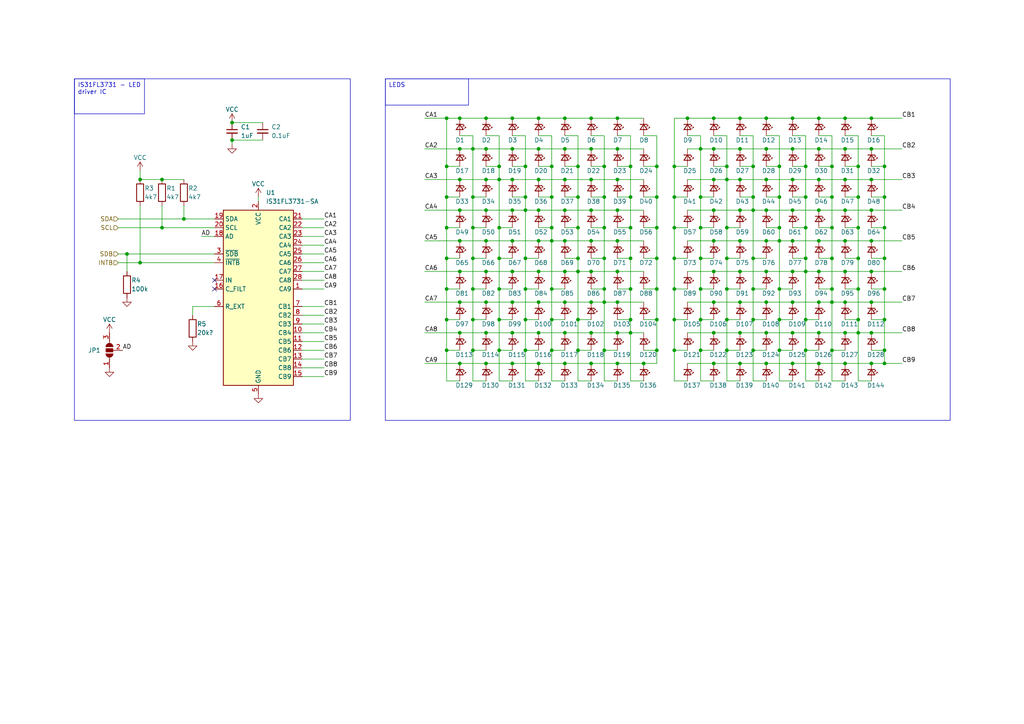
<source format=kicad_sch>
(kicad_sch (version 20230121) (generator eeschema)
  (paper "A4")
  (junction (at 148.59 96.52))
  (junction (at 195.58 48.26))
  (junction (at 241.3 83.82))
  (junction (at 160.02 101.6))
  (junction (at 160.02 66.04))
  (junction (at 179.07 60.96))
  (junction (at 167.64 78.74))
  (junction (at 222.25 87.63))
  (junction (at 222.25 60.96))
  (junction (at 207.01 43.18))
  (junction (at 148.59 105.41))
  (junction (at 156.21 96.52))
  (junction (at 182.88 66.04))
  (junction (at 140.97 105.41))
  (junction (at 210.82 101.6))
  (junction (at 233.68 74.93))
  (junction (at 252.73 96.52))
  (junction (at 167.64 48.26))
  (junction (at 163.83 34.29))
  (junction (at 241.3 48.26))
  (junction (at 179.07 69.85))
  (junction (at 163.83 96.52))
  (junction (at 256.54 105.41))
  (junction (at 226.06 101.6))
  (junction (at 160.02 48.26))
  (junction (at 137.16 57.15))
  (junction (at 182.88 57.15))
  (junction (at 207.01 60.96))
  (junction (at 229.87 69.85))
  (junction (at 256.54 48.26))
  (junction (at 179.07 96.52))
  (junction (at 210.82 74.93))
  (junction (at 199.39 34.29))
  (junction (at 67.31 35.56))
  (junction (at 140.97 96.52))
  (junction (at 237.49 69.85))
  (junction (at 152.4 60.96))
  (junction (at 248.92 83.82))
  (junction (at 53.34 63.5))
  (junction (at 256.54 66.04))
  (junction (at 229.87 78.74))
  (junction (at 241.3 66.04))
  (junction (at 207.01 34.29))
  (junction (at 156.21 34.29))
  (junction (at 237.49 87.63))
  (junction (at 179.07 43.18))
  (junction (at 214.63 43.18))
  (junction (at 245.11 43.18))
  (junction (at 160.02 83.82))
  (junction (at 214.63 105.41))
  (junction (at 195.58 66.04))
  (junction (at 245.11 87.63))
  (junction (at 248.92 74.93))
  (junction (at 256.54 92.71))
  (junction (at 152.4 101.6))
  (junction (at 156.21 105.41))
  (junction (at 129.54 101.6))
  (junction (at 152.4 74.93))
  (junction (at 195.58 57.15))
  (junction (at 144.78 74.93))
  (junction (at 167.64 66.04))
  (junction (at 195.58 92.71))
  (junction (at 233.68 57.15))
  (junction (at 129.54 74.93))
  (junction (at 203.2 92.71))
  (junction (at 190.5 92.71))
  (junction (at 160.02 57.15))
  (junction (at 252.73 60.96))
  (junction (at 214.63 34.29))
  (junction (at 152.4 48.26))
  (junction (at 144.78 52.07))
  (junction (at 229.87 87.63))
  (junction (at 214.63 52.07))
  (junction (at 241.3 57.15))
  (junction (at 207.01 69.85))
  (junction (at 182.88 83.82))
  (junction (at 214.63 87.63))
  (junction (at 237.49 96.52))
  (junction (at 241.3 74.93))
  (junction (at 203.2 66.04))
  (junction (at 256.54 74.93))
  (junction (at 203.2 74.93))
  (junction (at 133.35 34.29))
  (junction (at 163.83 105.41))
  (junction (at 237.49 43.18))
  (junction (at 133.35 78.74))
  (junction (at 190.5 101.6))
  (junction (at 133.35 52.07))
  (junction (at 226.06 57.15))
  (junction (at 256.54 57.15))
  (junction (at 40.64 52.07))
  (junction (at 140.97 43.18))
  (junction (at 214.63 78.74))
  (junction (at 148.59 78.74))
  (junction (at 222.25 105.41))
  (junction (at 237.49 78.74))
  (junction (at 148.59 87.63))
  (junction (at 46.99 66.04))
  (junction (at 229.87 60.96))
  (junction (at 233.68 66.04))
  (junction (at 160.02 92.71))
  (junction (at 207.01 52.07))
  (junction (at 137.16 101.6))
  (junction (at 229.87 34.29))
  (junction (at 226.06 48.26))
  (junction (at 248.92 92.71))
  (junction (at 156.21 43.18))
  (junction (at 233.68 92.71))
  (junction (at 171.45 43.18))
  (junction (at 133.35 60.96))
  (junction (at 129.54 66.04))
  (junction (at 237.49 105.41))
  (junction (at 140.97 69.85))
  (junction (at 229.87 52.07))
  (junction (at 133.35 96.52))
  (junction (at 163.83 43.18))
  (junction (at 156.21 52.07))
  (junction (at 237.49 60.96))
  (junction (at 222.25 43.18))
  (junction (at 203.2 101.6))
  (junction (at 148.59 60.96))
  (junction (at 256.54 101.6))
  (junction (at 210.82 48.26))
  (junction (at 245.11 78.74))
  (junction (at 129.54 92.71))
  (junction (at 248.92 57.15))
  (junction (at 144.78 92.71))
  (junction (at 248.92 48.26))
  (junction (at 203.2 43.18))
  (junction (at 171.45 69.85))
  (junction (at 226.06 92.71))
  (junction (at 210.82 66.04))
  (junction (at 156.21 78.74))
  (junction (at 160.02 69.85))
  (junction (at 245.11 52.07))
  (junction (at 218.44 83.82))
  (junction (at 148.59 43.18))
  (junction (at 167.64 92.71))
  (junction (at 218.44 101.6))
  (junction (at 226.06 83.82))
  (junction (at 248.92 96.52))
  (junction (at 218.44 48.26))
  (junction (at 190.5 83.82))
  (junction (at 175.26 66.04))
  (junction (at 179.07 78.74))
  (junction (at 175.26 48.26))
  (junction (at 36.83 73.66))
  (junction (at 226.06 69.85))
  (junction (at 222.25 52.07))
  (junction (at 144.78 83.82))
  (junction (at 171.45 60.96))
  (junction (at 175.26 57.15))
  (junction (at 167.64 74.93))
  (junction (at 207.01 96.52))
  (junction (at 156.21 69.85))
  (junction (at 237.49 34.29))
  (junction (at 152.4 92.71))
  (junction (at 203.2 57.15))
  (junction (at 245.11 69.85))
  (junction (at 129.54 57.15))
  (junction (at 148.59 34.29))
  (junction (at 218.44 92.71))
  (junction (at 179.07 87.63))
  (junction (at 229.87 105.41))
  (junction (at 182.88 74.93))
  (junction (at 252.73 69.85))
  (junction (at 233.68 101.6))
  (junction (at 245.11 34.29))
  (junction (at 252.73 78.74))
  (junction (at 182.88 92.71))
  (junction (at 179.07 52.07))
  (junction (at 210.82 83.82))
  (junction (at 207.01 105.41))
  (junction (at 237.49 52.07))
  (junction (at 148.59 52.07))
  (junction (at 67.31 40.64))
  (junction (at 195.58 101.6))
  (junction (at 152.4 57.15))
  (junction (at 46.99 52.07))
  (junction (at 156.21 60.96))
  (junction (at 210.82 92.71))
  (junction (at 252.73 34.29))
  (junction (at 137.16 74.93))
  (junction (at 129.54 48.26))
  (junction (at 218.44 57.15))
  (junction (at 245.11 60.96))
  (junction (at 245.11 105.41))
  (junction (at 171.45 87.63))
  (junction (at 156.21 87.63))
  (junction (at 233.68 78.74))
  (junction (at 207.01 87.63))
  (junction (at 133.35 87.63))
  (junction (at 229.87 43.18))
  (junction (at 167.64 101.6))
  (junction (at 195.58 74.93))
  (junction (at 218.44 60.96))
  (junction (at 241.3 87.63))
  (junction (at 248.92 66.04))
  (junction (at 179.07 34.29))
  (junction (at 171.45 52.07))
  (junction (at 190.5 57.15))
  (junction (at 137.16 43.18))
  (junction (at 214.63 69.85))
  (junction (at 214.63 96.52))
  (junction (at 133.35 43.18))
  (junction (at 182.88 48.26))
  (junction (at 171.45 96.52))
  (junction (at 140.97 78.74))
  (junction (at 140.97 34.29))
  (junction (at 195.58 83.82))
  (junction (at 140.97 52.07))
  (junction (at 252.73 105.41))
  (junction (at 252.73 43.18))
  (junction (at 175.26 83.82))
  (junction (at 190.5 66.04))
  (junction (at 203.2 83.82))
  (junction (at 163.83 69.85))
  (junction (at 140.97 87.63))
  (junction (at 229.87 96.52))
  (junction (at 207.01 78.74))
  (junction (at 186.69 105.41))
  (junction (at 222.25 69.85))
  (junction (at 167.64 57.15))
  (junction (at 137.16 66.04))
  (junction (at 218.44 74.93))
  (junction (at 144.78 66.04))
  (junction (at 171.45 78.74))
  (junction (at 175.26 74.93))
  (junction (at 222.25 96.52))
  (junction (at 256.54 83.82))
  (junction (at 133.35 69.85))
  (junction (at 190.5 74.93))
  (junction (at 252.73 52.07))
  (junction (at 129.54 34.29))
  (junction (at 137.16 83.82))
  (junction (at 129.54 83.82))
  (junction (at 179.07 105.41))
  (junction (at 163.83 87.63))
  (junction (at 252.73 87.63))
  (junction (at 226.06 66.04))
  (junction (at 245.11 96.52))
  (junction (at 214.63 60.96))
  (junction (at 222.25 78.74))
  (junction (at 40.64 76.2))
  (junction (at 137.16 92.71))
  (junction (at 133.35 105.41))
  (junction (at 175.26 87.63))
  (junction (at 222.25 34.29))
  (junction (at 210.82 52.07))
  (junction (at 163.83 52.07))
  (junction (at 144.78 101.6))
  (junction (at 233.68 48.26))
  (junction (at 148.59 69.85))
  (junction (at 152.4 83.82))
  (junction (at 190.5 48.26))
  (junction (at 175.26 101.6))
  (junction (at 182.88 96.52))
  (junction (at 171.45 34.29))
  (junction (at 171.45 105.41))
  (junction (at 163.83 78.74))
  (junction (at 140.97 60.96))
  (junction (at 241.3 101.6))
  (junction (at 144.78 48.26))
  (junction (at 163.83 60.96))
  (no_connect (at 62.23 81.28))
  (no_connect (at 62.23 83.82))
  (wire (pts (xy 195.58 110.49) (xy 199.39 110.49)))
  (wire (pts (xy 137.16 74.93) (xy 137.16 83.82)))
  (wire (pts (xy 233.68 92.71) (xy 233.68 101.6)))
  (wire (pts (xy 167.64 74.93) (xy 167.64 78.74)))
  (wire (pts (xy 67.31 40.64) (xy 76.2 40.64)))
  (wire (pts (xy 241.3 87.63) (xy 241.3 101.6)))
  (wire (pts (xy 233.68 78.74) (xy 237.49 78.74)))
  (wire (pts (xy 171.45 43.18) (xy 179.07 43.18)))
  (wire (pts (xy 229.87 43.18) (xy 237.49 43.18)))
  (wire (pts (xy 123.19 96.52) (xy 133.35 96.52)))
  (wire (pts (xy 210.82 52.07) (xy 210.82 66.04)))
  (wire (pts (xy 222.25 57.15) (xy 226.06 57.15)))
  (wire (pts (xy 241.3 83.82) (xy 241.3 87.63)))
  (wire (pts (xy 123.19 60.96) (xy 133.35 60.96)))
  (wire (pts (xy 163.83 43.18) (xy 171.45 43.18)))
  (wire (pts (xy 218.44 83.82) (xy 222.25 83.82)))
  (wire (pts (xy 152.4 83.82) (xy 152.4 92.71)))
  (wire (pts (xy 222.25 87.63) (xy 229.87 87.63)))
  (wire (pts (xy 218.44 74.93) (xy 218.44 83.82)))
  (wire (pts (xy 210.82 74.93) (xy 210.82 83.82)))
  (wire (pts (xy 214.63 48.26) (xy 218.44 48.26)))
  (wire (pts (xy 163.83 52.07) (xy 171.45 52.07)))
  (wire (pts (xy 87.63 66.04) (xy 93.98 66.04)))
  (wire (pts (xy 148.59 43.18) (xy 156.21 43.18)))
  (wire (pts (xy 229.87 66.04) (xy 233.68 66.04)))
  (wire (pts (xy 152.4 92.71) (xy 152.4 101.6)))
  (wire (pts (xy 190.5 105.41) (xy 190.5 101.6)))
  (wire (pts (xy 140.97 39.37) (xy 144.78 39.37)))
  (wire (pts (xy 190.5 39.37) (xy 190.5 48.26)))
  (wire (pts (xy 156.21 52.07) (xy 163.83 52.07)))
  (wire (pts (xy 186.69 57.15) (xy 190.5 57.15)))
  (wire (pts (xy 163.83 69.85) (xy 171.45 69.85)))
  (wire (pts (xy 171.45 83.82) (xy 175.26 83.82)))
  (wire (pts (xy 156.21 34.29) (xy 163.83 34.29)))
  (wire (pts (xy 203.2 101.6) (xy 203.2 110.49)))
  (wire (pts (xy 245.11 60.96) (xy 252.73 60.96)))
  (wire (pts (xy 163.83 105.41) (xy 171.45 105.41)))
  (wire (pts (xy 140.97 96.52) (xy 148.59 96.52)))
  (wire (pts (xy 229.87 48.26) (xy 233.68 48.26)))
  (wire (pts (xy 256.54 66.04) (xy 256.54 74.93)))
  (wire (pts (xy 233.68 110.49) (xy 237.49 110.49)))
  (wire (pts (xy 167.64 92.71) (xy 171.45 92.71)))
  (wire (pts (xy 182.88 96.52) (xy 182.88 110.49)))
  (wire (pts (xy 195.58 74.93) (xy 199.39 74.93)))
  (wire (pts (xy 195.58 92.71) (xy 195.58 101.6)))
  (wire (pts (xy 129.54 66.04) (xy 129.54 74.93)))
  (wire (pts (xy 186.69 48.26) (xy 190.5 48.26)))
  (wire (pts (xy 152.4 39.37) (xy 152.4 48.26)))
  (wire (pts (xy 160.02 101.6) (xy 160.02 110.49)))
  (wire (pts (xy 252.73 52.07) (xy 261.62 52.07)))
  (wire (pts (xy 222.25 60.96) (xy 229.87 60.96)))
  (wire (pts (xy 140.97 105.41) (xy 148.59 105.41)))
  (wire (pts (xy 203.2 66.04) (xy 207.01 66.04)))
  (wire (pts (xy 190.5 92.71) (xy 190.5 101.6)))
  (wire (pts (xy 179.07 39.37) (xy 182.88 39.37)))
  (wire (pts (xy 175.26 83.82) (xy 175.26 87.63)))
  (wire (pts (xy 167.64 101.6) (xy 167.64 110.49)))
  (wire (pts (xy 203.2 43.18) (xy 207.01 43.18)))
  (wire (pts (xy 123.19 43.18) (xy 133.35 43.18)))
  (wire (pts (xy 133.35 87.63) (xy 140.97 87.63)))
  (wire (pts (xy 133.35 69.85) (xy 140.97 69.85)))
  (wire (pts (xy 245.11 69.85) (xy 252.73 69.85)))
  (wire (pts (xy 218.44 92.71) (xy 222.25 92.71)))
  (wire (pts (xy 129.54 74.93) (xy 133.35 74.93)))
  (wire (pts (xy 171.45 66.04) (xy 175.26 66.04)))
  (wire (pts (xy 214.63 69.85) (xy 222.25 69.85)))
  (wire (pts (xy 129.54 48.26) (xy 129.54 57.15)))
  (wire (pts (xy 152.4 74.93) (xy 156.21 74.93)))
  (wire (pts (xy 87.63 83.82) (xy 93.98 83.82)))
  (wire (pts (xy 34.29 76.2) (xy 40.64 76.2)))
  (wire (pts (xy 148.59 87.63) (xy 156.21 87.63)))
  (wire (pts (xy 222.25 34.29) (xy 229.87 34.29)))
  (wire (pts (xy 160.02 101.6) (xy 163.83 101.6)))
  (wire (pts (xy 195.58 48.26) (xy 199.39 48.26)))
  (wire (pts (xy 93.98 88.9) (xy 87.63 88.9)))
  (wire (pts (xy 229.87 60.96) (xy 237.49 60.96)))
  (wire (pts (xy 222.25 48.26) (xy 226.06 48.26)))
  (wire (pts (xy 237.49 52.07) (xy 245.11 52.07)))
  (wire (pts (xy 148.59 105.41) (xy 156.21 105.41)))
  (wire (pts (xy 207.01 52.07) (xy 210.82 52.07)))
  (wire (pts (xy 67.31 40.64) (xy 67.31 41.91)))
  (wire (pts (xy 214.63 34.29) (xy 222.25 34.29)))
  (wire (pts (xy 214.63 52.07) (xy 222.25 52.07)))
  (wire (pts (xy 256.54 92.71) (xy 256.54 101.6)))
  (wire (pts (xy 210.82 110.49) (xy 214.63 110.49)))
  (wire (pts (xy 233.68 48.26) (xy 233.68 57.15)))
  (wire (pts (xy 160.02 39.37) (xy 160.02 48.26)))
  (wire (pts (xy 256.54 74.93) (xy 256.54 83.82)))
  (wire (pts (xy 226.06 69.85) (xy 229.87 69.85)))
  (wire (pts (xy 203.2 43.18) (xy 203.2 57.15)))
  (wire (pts (xy 252.73 34.29) (xy 261.62 34.29)))
  (wire (pts (xy 237.49 87.63) (xy 241.3 87.63)))
  (wire (pts (xy 156.21 39.37) (xy 160.02 39.37)))
  (wire (pts (xy 133.35 52.07) (xy 140.97 52.07)))
  (wire (pts (xy 210.82 52.07) (xy 214.63 52.07)))
  (wire (pts (xy 195.58 48.26) (xy 195.58 57.15)))
  (wire (pts (xy 241.3 110.49) (xy 245.11 110.49)))
  (wire (pts (xy 256.54 39.37) (xy 256.54 48.26)))
  (wire (pts (xy 87.63 76.2) (xy 93.98 76.2)))
  (wire (pts (xy 40.64 59.69) (xy 40.64 76.2)))
  (wire (pts (xy 137.16 92.71) (xy 137.16 101.6)))
  (wire (pts (xy 226.06 101.6) (xy 226.06 110.49)))
  (wire (pts (xy 87.63 93.98) (xy 93.98 93.98)))
  (wire (pts (xy 123.19 105.41) (xy 133.35 105.41)))
  (wire (pts (xy 203.2 83.82) (xy 203.2 92.71)))
  (wire (pts (xy 175.26 57.15) (xy 175.26 66.04)))
  (wire (pts (xy 252.73 87.63) (xy 261.62 87.63)))
  (wire (pts (xy 199.39 96.52) (xy 207.01 96.52)))
  (wire (pts (xy 241.3 48.26) (xy 241.3 57.15)))
  (wire (pts (xy 207.01 48.26) (xy 210.82 48.26)))
  (wire (pts (xy 179.07 52.07) (xy 186.69 52.07)))
  (wire (pts (xy 144.78 92.71) (xy 148.59 92.71)))
  (wire (pts (xy 46.99 66.04) (xy 62.23 66.04)))
  (wire (pts (xy 171.45 69.85) (xy 179.07 69.85)))
  (wire (pts (xy 186.69 92.71) (xy 190.5 92.71)))
  (wire (pts (xy 226.06 48.26) (xy 226.06 57.15)))
  (wire (pts (xy 140.97 48.26) (xy 144.78 48.26)))
  (wire (pts (xy 160.02 57.15) (xy 160.02 66.04)))
  (wire (pts (xy 137.16 101.6) (xy 137.16 110.49)))
  (wire (pts (xy 87.63 78.74) (xy 93.98 78.74)))
  (wire (pts (xy 237.49 60.96) (xy 245.11 60.96)))
  (wire (pts (xy 137.16 92.71) (xy 140.97 92.71)))
  (wire (pts (xy 171.45 105.41) (xy 179.07 105.41)))
  (wire (pts (xy 137.16 66.04) (xy 137.16 74.93)))
  (wire (pts (xy 179.07 92.71) (xy 182.88 92.71)))
  (wire (pts (xy 218.44 101.6) (xy 218.44 110.49)))
  (wire (pts (xy 160.02 83.82) (xy 160.02 92.71)))
  (wire (pts (xy 229.87 78.74) (xy 233.68 78.74)))
  (wire (pts (xy 218.44 60.96) (xy 218.44 74.93)))
  (wire (pts (xy 137.16 39.37) (xy 137.16 43.18)))
  (wire (pts (xy 233.68 39.37) (xy 233.68 48.26)))
  (wire (pts (xy 163.83 60.96) (xy 171.45 60.96)))
  (wire (pts (xy 36.83 73.66) (xy 36.83 78.74)))
  (wire (pts (xy 87.63 99.06) (xy 93.98 99.06)))
  (wire (pts (xy 137.16 74.93) (xy 140.97 74.93)))
  (wire (pts (xy 156.21 96.52) (xy 163.83 96.52)))
  (wire (pts (xy 237.49 43.18) (xy 245.11 43.18)))
  (wire (pts (xy 167.64 78.74) (xy 167.64 92.71)))
  (wire (pts (xy 123.19 34.29) (xy 129.54 34.29)))
  (wire (pts (xy 190.5 48.26) (xy 190.5 57.15)))
  (wire (pts (xy 248.92 48.26) (xy 248.92 57.15)))
  (wire (pts (xy 133.35 96.52) (xy 140.97 96.52)))
  (wire (pts (xy 203.2 74.93) (xy 207.01 74.93)))
  (wire (pts (xy 218.44 48.26) (xy 218.44 57.15)))
  (wire (pts (xy 34.29 73.66) (xy 36.83 73.66)))
  (wire (pts (xy 148.59 48.26) (xy 152.4 48.26)))
  (wire (pts (xy 195.58 57.15) (xy 199.39 57.15)))
  (wire (pts (xy 218.44 60.96) (xy 222.25 60.96)))
  (wire (pts (xy 214.63 39.37) (xy 218.44 39.37)))
  (wire (pts (xy 140.97 43.18) (xy 148.59 43.18)))
  (wire (pts (xy 87.63 96.52) (xy 93.98 96.52)))
  (wire (pts (xy 144.78 48.26) (xy 144.78 52.07)))
  (wire (pts (xy 129.54 101.6) (xy 129.54 110.49)))
  (wire (pts (xy 53.34 59.69) (xy 53.34 63.5)))
  (wire (pts (xy 214.63 87.63) (xy 222.25 87.63)))
  (wire (pts (xy 129.54 66.04) (xy 133.35 66.04)))
  (wire (pts (xy 182.88 74.93) (xy 182.88 83.82)))
  (wire (pts (xy 179.07 96.52) (xy 182.88 96.52)))
  (wire (pts (xy 252.73 69.85) (xy 261.62 69.85)))
  (wire (pts (xy 163.83 39.37) (xy 167.64 39.37)))
  (wire (pts (xy 222.25 39.37) (xy 226.06 39.37)))
  (wire (pts (xy 148.59 39.37) (xy 152.4 39.37)))
  (wire (pts (xy 248.92 66.04) (xy 248.92 74.93)))
  (wire (pts (xy 179.07 74.93) (xy 182.88 74.93)))
  (wire (pts (xy 163.83 34.29) (xy 171.45 34.29)))
  (wire (pts (xy 195.58 101.6) (xy 195.58 110.49)))
  (wire (pts (xy 182.88 39.37) (xy 182.88 48.26)))
  (wire (pts (xy 241.3 101.6) (xy 241.3 110.49)))
  (wire (pts (xy 62.23 88.9) (xy 55.88 88.9)))
  (wire (pts (xy 252.73 60.96) (xy 261.62 60.96)))
  (wire (pts (xy 210.82 83.82) (xy 214.63 83.82)))
  (wire (pts (xy 167.64 66.04) (xy 167.64 74.93)))
  (wire (pts (xy 74.93 58.42) (xy 74.93 57.15)))
  (wire (pts (xy 144.78 52.07) (xy 144.78 66.04)))
  (wire (pts (xy 237.49 74.93) (xy 241.3 74.93)))
  (wire (pts (xy 175.26 87.63) (xy 179.07 87.63)))
  (wire (pts (xy 229.87 57.15) (xy 233.68 57.15)))
  (wire (pts (xy 87.63 73.66) (xy 93.98 73.66)))
  (wire (pts (xy 144.78 101.6) (xy 144.78 110.49)))
  (wire (pts (xy 123.19 69.85) (xy 133.35 69.85)))
  (wire (pts (xy 241.3 57.15) (xy 241.3 66.04)))
  (wire (pts (xy 190.5 57.15) (xy 190.5 66.04)))
  (wire (pts (xy 133.35 60.96) (xy 140.97 60.96)))
  (wire (pts (xy 129.54 48.26) (xy 133.35 48.26)))
  (wire (pts (xy 218.44 74.93) (xy 222.25 74.93)))
  (wire (pts (xy 248.92 96.52) (xy 252.73 96.52)))
  (wire (pts (xy 87.63 101.6) (xy 93.98 101.6)))
  (wire (pts (xy 93.98 63.5) (xy 87.63 63.5)))
  (wire (pts (xy 222.25 66.04) (xy 226.06 66.04)))
  (wire (pts (xy 210.82 66.04) (xy 210.82 74.93)))
  (wire (pts (xy 152.4 83.82) (xy 156.21 83.82)))
  (wire (pts (xy 87.63 71.12) (xy 93.98 71.12)))
  (wire (pts (xy 218.44 101.6) (xy 222.25 101.6)))
  (wire (pts (xy 218.44 39.37) (xy 218.44 48.26)))
  (wire (pts (xy 156.21 87.63) (xy 163.83 87.63)))
  (wire (pts (xy 133.35 39.37) (xy 137.16 39.37)))
  (wire (pts (xy 144.78 83.82) (xy 144.78 92.71)))
  (wire (pts (xy 237.49 69.85) (xy 245.11 69.85)))
  (wire (pts (xy 199.39 87.63) (xy 207.01 87.63)))
  (wire (pts (xy 252.73 39.37) (xy 256.54 39.37)))
  (wire (pts (xy 171.45 87.63) (xy 175.26 87.63)))
  (wire (pts (xy 256.54 83.82) (xy 256.54 92.71)))
  (wire (pts (xy 129.54 83.82) (xy 133.35 83.82)))
  (wire (pts (xy 214.63 96.52) (xy 222.25 96.52)))
  (wire (pts (xy 203.2 110.49) (xy 207.01 110.49)))
  (wire (pts (xy 214.63 105.41) (xy 222.25 105.41)))
  (wire (pts (xy 34.29 66.04) (xy 46.99 66.04)))
  (wire (pts (xy 229.87 74.93) (xy 233.68 74.93)))
  (wire (pts (xy 160.02 92.71) (xy 160.02 101.6)))
  (wire (pts (xy 233.68 101.6) (xy 233.68 110.49)))
  (wire (pts (xy 237.49 66.04) (xy 241.3 66.04)))
  (wire (pts (xy 175.26 48.26) (xy 175.26 57.15)))
  (wire (pts (xy 179.07 48.26) (xy 182.88 48.26)))
  (wire (pts (xy 163.83 57.15) (xy 167.64 57.15)))
  (wire (pts (xy 171.45 34.29) (xy 179.07 34.29)))
  (wire (pts (xy 34.29 63.5) (xy 53.34 63.5)))
  (wire (pts (xy 182.88 48.26) (xy 182.88 57.15)))
  (wire (pts (xy 210.82 101.6) (xy 210.82 110.49)))
  (wire (pts (xy 137.16 66.04) (xy 140.97 66.04)))
  (wire (pts (xy 237.49 34.29) (xy 245.11 34.29)))
  (wire (pts (xy 203.2 57.15) (xy 203.2 66.04)))
  (wire (pts (xy 210.82 92.71) (xy 210.82 101.6)))
  (wire (pts (xy 210.82 66.04) (xy 214.63 66.04)))
  (wire (pts (xy 167.64 101.6) (xy 171.45 101.6)))
  (wire (pts (xy 123.19 52.07) (xy 133.35 52.07)))
  (wire (pts (xy 179.07 60.96) (xy 186.69 60.96)))
  (wire (pts (xy 199.39 69.85) (xy 207.01 69.85)))
  (wire (pts (xy 179.07 34.29) (xy 186.69 34.29)))
  (wire (pts (xy 175.26 87.63) (xy 175.26 101.6)))
  (wire (pts (xy 140.97 69.85) (xy 148.59 69.85)))
  (wire (pts (xy 226.06 101.6) (xy 229.87 101.6)))
  (wire (pts (xy 248.92 96.52) (xy 248.92 110.49)))
  (wire (pts (xy 133.35 43.18) (xy 137.16 43.18)))
  (wire (pts (xy 140.97 87.63) (xy 148.59 87.63)))
  (wire (pts (xy 248.92 39.37) (xy 248.92 48.26)))
  (wire (pts (xy 195.58 92.71) (xy 199.39 92.71)))
  (wire (pts (xy 179.07 78.74) (xy 186.69 78.74)))
  (wire (pts (xy 144.78 101.6) (xy 148.59 101.6)))
  (wire (pts (xy 256.54 57.15) (xy 256.54 66.04)))
  (wire (pts (xy 237.49 57.15) (xy 241.3 57.15)))
  (wire (pts (xy 226.06 69.85) (xy 226.06 83.82)))
  (wire (pts (xy 129.54 83.82) (xy 129.54 92.71)))
  (wire (pts (xy 129.54 92.71) (xy 129.54 101.6)))
  (wire (pts (xy 241.3 101.6) (xy 245.11 101.6)))
  (wire (pts (xy 252.73 43.18) (xy 261.62 43.18)))
  (wire (pts (xy 133.35 105.41) (xy 140.97 105.41)))
  (wire (pts (xy 152.4 74.93) (xy 152.4 83.82)))
  (wire (pts (xy 222.25 43.18) (xy 229.87 43.18)))
  (wire (pts (xy 195.58 101.6) (xy 199.39 101.6)))
  (wire (pts (xy 245.11 52.07) (xy 252.73 52.07)))
  (wire (pts (xy 152.4 60.96) (xy 156.21 60.96)))
  (wire (pts (xy 171.45 60.96) (xy 179.07 60.96)))
  (wire (pts (xy 245.11 39.37) (xy 248.92 39.37)))
  (wire (pts (xy 226.06 92.71) (xy 226.06 101.6)))
  (wire (pts (xy 229.87 105.41) (xy 237.49 105.41)))
  (wire (pts (xy 175.26 74.93) (xy 175.26 83.82)))
  (wire (pts (xy 207.01 34.29) (xy 214.63 34.29)))
  (wire (pts (xy 171.45 74.93) (xy 175.26 74.93)))
  (wire (pts (xy 252.73 48.26) (xy 256.54 48.26)))
  (wire (pts (xy 245.11 66.04) (xy 248.92 66.04)))
  (wire (pts (xy 199.39 39.37) (xy 203.2 39.37)))
  (wire (pts (xy 248.92 83.82) (xy 248.92 92.71)))
  (wire (pts (xy 237.49 48.26) (xy 241.3 48.26)))
  (wire (pts (xy 40.64 52.07) (xy 46.99 52.07)))
  (wire (pts (xy 156.21 105.41) (xy 163.83 105.41)))
  (wire (pts (xy 67.31 35.56) (xy 76.2 35.56)))
  (wire (pts (xy 233.68 66.04) (xy 233.68 74.93)))
  (wire (pts (xy 140.97 60.96) (xy 148.59 60.96)))
  (wire (pts (xy 171.45 57.15) (xy 175.26 57.15)))
  (wire (pts (xy 160.02 92.71) (xy 163.83 92.71)))
  (wire (pts (xy 248.92 92.71) (xy 248.92 96.52)))
  (wire (pts (xy 179.07 83.82) (xy 182.88 83.82)))
  (wire (pts (xy 186.69 66.04) (xy 190.5 66.04)))
  (wire (pts (xy 245.11 96.52) (xy 248.92 96.52)))
  (wire (pts (xy 214.63 43.18) (xy 222.25 43.18)))
  (wire (pts (xy 171.45 96.52) (xy 179.07 96.52)))
  (wire (pts (xy 53.34 63.5) (xy 62.23 63.5)))
  (wire (pts (xy 195.58 66.04) (xy 195.58 74.93)))
  (wire (pts (xy 152.4 60.96) (xy 152.4 74.93)))
  (wire (pts (xy 186.69 39.37) (xy 190.5 39.37)))
  (wire (pts (xy 156.21 48.26) (xy 160.02 48.26)))
  (wire (pts (xy 203.2 74.93) (xy 203.2 83.82)))
  (wire (pts (xy 218.44 57.15) (xy 218.44 60.96)))
  (wire (pts (xy 237.49 78.74) (xy 245.11 78.74)))
  (wire (pts (xy 252.73 96.52) (xy 261.62 96.52)))
  (wire (pts (xy 175.26 101.6) (xy 179.07 101.6)))
  (wire (pts (xy 144.78 52.07) (xy 148.59 52.07)))
  (wire (pts (xy 152.4 57.15) (xy 152.4 60.96)))
  (wire (pts (xy 241.3 74.93) (xy 241.3 83.82)))
  (wire (pts (xy 144.78 92.71) (xy 144.78 101.6)))
  (wire (pts (xy 207.01 105.41) (xy 214.63 105.41)))
  (wire (pts (xy 233.68 78.74) (xy 233.68 92.71)))
  (wire (pts (xy 156.21 69.85) (xy 160.02 69.85)))
  (wire (pts (xy 160.02 66.04) (xy 160.02 69.85)))
  (wire (pts (xy 222.25 52.07) (xy 229.87 52.07)))
  (wire (pts (xy 148.59 78.74) (xy 156.21 78.74)))
  (wire (pts (xy 229.87 96.52) (xy 237.49 96.52)))
  (wire (pts (xy 222.25 105.41) (xy 229.87 105.41)))
  (wire (pts (xy 203.2 92.71) (xy 203.2 101.6)))
  (wire (pts (xy 156.21 43.18) (xy 163.83 43.18)))
  (wire (pts (xy 129.54 57.15) (xy 129.54 66.04)))
  (wire (pts (xy 156.21 78.74) (xy 163.83 78.74)))
  (wire (pts (xy 129.54 57.15) (xy 133.35 57.15)))
  (wire (pts (xy 163.83 96.52) (xy 171.45 96.52)))
  (wire (pts (xy 207.01 69.85) (xy 214.63 69.85)))
  (wire (pts (xy 144.78 83.82) (xy 148.59 83.82)))
  (wire (pts (xy 237.49 105.41) (xy 245.11 105.41)))
  (wire (pts (xy 226.06 66.04) (xy 226.06 69.85)))
  (wire (pts (xy 245.11 87.63) (xy 252.73 87.63)))
  (wire (pts (xy 133.35 34.29) (xy 140.97 34.29)))
  (wire (pts (xy 229.87 69.85) (xy 237.49 69.85)))
  (wire (pts (xy 222.25 69.85) (xy 226.06 69.85)))
  (wire (pts (xy 252.73 74.93) (xy 256.54 74.93)))
  (wire (pts (xy 252.73 105.41) (xy 256.54 105.41)))
  (wire (pts (xy 222.25 96.52) (xy 229.87 96.52)))
  (wire (pts (xy 210.82 39.37) (xy 210.82 48.26)))
  (wire (pts (xy 152.4 92.71) (xy 156.21 92.71)))
  (wire (pts (xy 137.16 43.18) (xy 137.16 57.15)))
  (wire (pts (xy 175.26 101.6) (xy 175.26 110.49)))
  (wire (pts (xy 256.54 105.41) (xy 256.54 101.6)))
  (wire (pts (xy 171.45 52.07) (xy 179.07 52.07)))
  (wire (pts (xy 175.26 66.04) (xy 175.26 74.93)))
  (wire (pts (xy 40.64 76.2) (xy 62.23 76.2)))
  (wire (pts (xy 144.78 110.49) (xy 148.59 110.49)))
  (wire (pts (xy 123.19 78.74) (xy 133.35 78.74)))
  (wire (pts (xy 182.88 96.52) (xy 186.69 96.52)))
  (wire (pts (xy 207.01 87.63) (xy 214.63 87.63)))
  (wire (pts (xy 160.02 83.82) (xy 163.83 83.82)))
  (wire (pts (xy 245.11 57.15) (xy 248.92 57.15)))
  (wire (pts (xy 252.73 92.71) (xy 256.54 92.71)))
  (wire (pts (xy 233.68 92.71) (xy 237.49 92.71)))
  (wire (pts (xy 245.11 43.18) (xy 252.73 43.18)))
  (wire (pts (xy 144.78 66.04) (xy 144.78 74.93)))
  (wire (pts (xy 140.97 78.74) (xy 148.59 78.74)))
  (wire (pts (xy 245.11 83.82) (xy 248.92 83.82)))
  (wire (pts (xy 179.07 105.41) (xy 186.69 105.41)))
  (wire (pts (xy 129.54 34.29) (xy 133.35 34.29)))
  (wire (pts (xy 160.02 48.26) (xy 160.02 57.15)))
  (wire (pts (xy 233.68 57.15) (xy 233.68 66.04)))
  (wire (pts (xy 179.07 87.63) (xy 186.69 87.63)))
  (wire (pts (xy 195.58 66.04) (xy 199.39 66.04)))
  (wire (pts (xy 148.59 60.96) (xy 152.4 60.96)))
  (wire (pts (xy 87.63 104.14) (xy 93.98 104.14)))
  (wire (pts (xy 137.16 57.15) (xy 140.97 57.15)))
  (wire (pts (xy 144.78 74.93) (xy 144.78 83.82)))
  (wire (pts (xy 87.63 109.22) (xy 93.98 109.22)))
  (wire (pts (xy 233.68 74.93) (xy 233.68 78.74)))
  (wire (pts (xy 229.87 34.29) (xy 237.49 34.29)))
  (wire (pts (xy 207.01 78.74) (xy 214.63 78.74)))
  (wire (pts (xy 186.69 83.82) (xy 190.5 83.82)))
  (wire (pts (xy 156.21 66.04) (xy 160.02 66.04)))
  (wire (pts (xy 156.21 57.15) (xy 160.02 57.15)))
  (wire (pts (xy 179.07 43.18) (xy 186.69 43.18)))
  (wire (pts (xy 129.54 101.6) (xy 133.35 101.6)))
  (wire (pts (xy 237.49 96.52) (xy 245.11 96.52)))
  (wire (pts (xy 148.59 57.15) (xy 152.4 57.15)))
  (wire (pts (xy 237.49 83.82) (xy 241.3 83.82)))
  (wire (pts (xy 226.06 110.49) (xy 229.87 110.49)))
  (wire (pts (xy 226.06 83.82) (xy 229.87 83.82)))
  (wire (pts (xy 40.64 49.53) (xy 40.64 52.07)))
  (wire (pts (xy 245.11 48.26) (xy 248.92 48.26)))
  (wire (pts (xy 203.2 66.04) (xy 203.2 74.93)))
  (wire (pts (xy 46.99 59.69) (xy 46.99 66.04)))
  (wire (pts (xy 241.3 39.37) (xy 241.3 48.26)))
  (wire (pts (xy 195.58 83.82) (xy 199.39 83.82)))
  (wire (pts (xy 160.02 110.49) (xy 163.83 110.49)))
  (wire (pts (xy 129.54 34.29) (xy 129.54 48.26)))
  (wire (pts (xy 129.54 74.93) (xy 129.54 83.82)))
  (wire (pts (xy 210.82 83.82) (xy 210.82 92.71)))
  (wire (pts (xy 229.87 39.37) (xy 233.68 39.37)))
  (wire (pts (xy 199.39 43.18) (xy 203.2 43.18)))
  (wire (pts (xy 199.39 105.41) (xy 207.01 105.41)))
  (wire (pts (xy 140.97 34.29) (xy 148.59 34.29)))
  (wire (pts (xy 87.63 81.28) (xy 93.98 81.28)))
  (wire (pts (xy 152.4 101.6) (xy 152.4 110.49)))
  (wire (pts (xy 203.2 92.71) (xy 207.01 92.71)))
  (wire (pts (xy 195.58 34.29) (xy 199.39 34.29)))
  (wire (pts (xy 203.2 83.82) (xy 207.01 83.82)))
  (wire (pts (xy 229.87 87.63) (xy 237.49 87.63)))
  (wire (pts (xy 129.54 92.71) (xy 133.35 92.71)))
  (wire (pts (xy 195.58 57.15) (xy 195.58 66.04)))
  (wire (pts (xy 152.4 110.49) (xy 156.21 110.49)))
  (wire (pts (xy 87.63 106.68) (xy 93.98 106.68)))
  (wire (pts (xy 163.83 74.93) (xy 167.64 74.93)))
  (wire (pts (xy 137.16 83.82) (xy 140.97 83.82)))
  (wire (pts (xy 167.64 78.74) (xy 171.45 78.74)))
  (wire (pts (xy 152.4 48.26) (xy 152.4 57.15)))
  (wire (pts (xy 186.69 105.41) (xy 190.5 105.41)))
  (wire (pts (xy 210.82 48.26) (xy 210.82 52.07)))
  (wire (pts (xy 182.88 66.04) (xy 182.88 74.93)))
  (wire (pts (xy 226.06 83.82) (xy 226.06 92.71)))
  (wire (pts (xy 137.16 57.15) (xy 137.16 66.04)))
  (wire (pts (xy 210.82 101.6) (xy 214.63 101.6)))
  (wire (pts (xy 190.5 101.6) (xy 186.69 101.6)))
  (wire (pts (xy 218.44 92.71) (xy 218.44 101.6)))
  (wire (pts (xy 195.58 34.29) (xy 195.58 48.26)))
  (wire (pts (xy 245.11 92.71) (xy 248.92 92.71)))
  (wire (pts (xy 179.07 69.85) (xy 186.69 69.85)))
  (wire (pts (xy 210.82 74.93) (xy 214.63 74.93)))
  (wire (pts (xy 203.2 39.37) (xy 203.2 43.18)))
  (wire (pts (xy 182.88 92.71) (xy 182.88 96.52)))
  (wire (pts (xy 214.63 60.96) (xy 218.44 60.96)))
  (wire (pts (xy 237.49 39.37) (xy 241.3 39.37)))
  (wire (pts (xy 256.54 105.41) (xy 261.62 105.41)))
  (wire (pts (xy 226.06 57.15) (xy 226.06 66.04)))
  (wire (pts (xy 214.63 57.15) (xy 218.44 57.15)))
  (wire (pts (xy 203.2 101.6) (xy 207.01 101.6)))
  (wire (pts (xy 163.83 87.63) (xy 171.45 87.63)))
  (wire (pts (xy 55.88 88.9) (xy 55.88 91.44)))
  (wire (pts (xy 245.11 105.41) (xy 252.73 105.41)))
  (wire (pts (xy 129.54 110.49) (xy 133.35 110.49)))
  (wire (pts (xy 199.39 78.74) (xy 207.01 78.74)))
  (wire (pts (xy 207.01 60.96) (xy 214.63 60.96)))
  (wire (pts (xy 256.54 101.6) (xy 252.73 101.6)))
  (wire (pts (xy 195.58 83.82) (xy 195.58 92.71)))
  (wire (pts (xy 175.26 39.37) (xy 175.26 48.26)))
  (wire (pts (xy 160.02 69.85) (xy 160.02 83.82)))
  (wire (pts (xy 175.26 110.49) (xy 179.07 110.49)))
  (wire (pts (xy 218.44 83.82) (xy 218.44 92.71)))
  (wire (pts (xy 160.02 69.85) (xy 163.83 69.85)))
  (wire (pts (xy 203.2 57.15) (xy 207.01 57.15)))
  (wire (pts (xy 137.16 43.18) (xy 140.97 43.18)))
  (wire (pts (xy 245.11 34.29) (xy 252.73 34.29)))
  (wire (pts (xy 167.64 39.37) (xy 167.64 48.26)))
  (wire (pts (xy 210.82 92.71) (xy 214.63 92.71)))
  (wire (pts (xy 171.45 48.26) (xy 175.26 48.26)))
  (wire (pts (xy 167.64 48.26) (xy 167.64 57.15)))
  (wire (pts (xy 140.97 52.07) (xy 144.78 52.07)))
  (wire (pts (xy 179.07 57.15) (xy 182.88 57.15)))
  (wire (pts (xy 218.44 110.49) (xy 222.25 110.49)))
  (wire (pts (xy 156.21 60.96) (xy 163.83 60.96)))
  (wire (pts (xy 137.16 110.49) (xy 140.97 110.49)))
  (wire (pts (xy 171.45 39.37) (xy 175.26 39.37)))
  (wire (pts (xy 252.73 78.74) (xy 261.62 78.74)))
  (wire (pts (xy 252.73 83.82) (xy 256.54 83.82)))
  (wire (pts (xy 167.64 92.71) (xy 167.64 101.6)))
  (wire (pts (xy 148.59 52.07) (xy 156.21 52.07)))
  (wire (pts (xy 195.58 74.93) (xy 195.58 83.82)))
  (wire (pts (xy 179.07 66.04) (xy 182.88 66.04)))
  (wire (pts (xy 171.45 78.74) (xy 179.07 78.74)))
  (wire (pts (xy 248.92 57.15) (xy 248.92 66.04)))
  (wire (pts (xy 199.39 34.29) (xy 207.01 34.29)))
  (wire (pts (xy 222.25 78.74) (xy 229.87 78.74)))
  (wire (pts (xy 233.68 101.6) (xy 237.49 101.6)))
  (wire (pts (xy 152.4 101.6) (xy 156.21 101.6)))
  (wire (pts (xy 36.83 73.66) (xy 62.23 73.66)))
  (wire (pts (xy 46.99 52.07) (xy 53.34 52.07)))
  (wire (pts (xy 190.5 83.82) (xy 190.5 92.71)))
  (wire (pts (xy 190.5 66.04) (xy 190.5 74.93)))
  (wire (pts (xy 87.63 91.44) (xy 93.98 91.44)))
  (wire (pts (xy 241.3 66.04) (xy 241.3 74.93)))
  (wire (pts (xy 199.39 52.07) (xy 207.01 52.07)))
  (wire (pts (xy 137.16 101.6) (xy 140.97 101.6)))
  (wire (pts (xy 190.5 74.93) (xy 190.5 83.82)))
  (wire (pts (xy 148.59 69.85) (xy 156.21 69.85)))
  (wire (pts (xy 87.63 68.58) (xy 93.98 68.58)))
  (wire (pts (xy 245.11 78.74) (xy 252.73 78.74)))
  (wire (pts (xy 148.59 96.52) (xy 156.21 96.52)))
  (wire (pts (xy 137.16 83.82) (xy 137.16 92.71)))
  (wire (pts (xy 241.3 87.63) (xy 245.11 87.63)))
  (wire (pts (xy 248.92 110.49) (xy 252.73 110.49)))
  (wire (pts (xy 58.42 68.58) (xy 62.23 68.58)))
  (wire (pts (xy 163.83 48.26) (xy 167.64 48.26)))
  (wire (pts (xy 167.64 110.49) (xy 171.45 110.49)))
  (wire (pts (xy 207.01 43.18) (xy 214.63 43.18)))
  (wire (pts (xy 252.73 57.15) (xy 256.54 57.15)))
  (wire (pts (xy 256.54 48.26) (xy 256.54 57.15)))
  (wire (pts (xy 144.78 66.04) (xy 148.59 66.04)))
  (wire (pts (xy 123.19 87.63) (xy 133.35 87.63)))
  (wire (pts (xy 226.06 92.71) (xy 229.87 92.71)))
  (wire (pts (xy 148.59 34.29) (xy 156.21 34.29)))
  (wire (pts (xy 214.63 78.74) (xy 222.25 78.74)))
  (wire (pts (xy 226.06 39.37) (xy 226.06 48.26)))
  (wire (pts (xy 182.88 110.49) (xy 186.69 110.49)))
  (wire (pts (xy 163.83 66.04) (xy 167.64 66.04)))
  (wire (pts (xy 167.64 57.15) (xy 167.64 66.04)))
  (wire (pts (xy 182.88 57.15) (xy 182.88 66.04)))
  (wire (pts (xy 133.35 78.74) (xy 140.97 78.74)))
  (wire (pts (xy 252.73 66.04) (xy 256.54 66.04)))
  (wire (pts (xy 186.69 74.93) (xy 190.5 74.93)))
  (wire (pts (xy 245.11 74.93) (xy 248.92 74.93)))
  (wire (pts (xy 229.87 52.07) (xy 237.49 52.07)))
  (wire (pts (xy 182.88 83.82) (xy 182.88 92.71)))
  (wire (pts (xy 199.39 60.96) (xy 207.01 60.96)))
  (wire (pts (xy 207.01 39.37) (xy 210.82 39.37)))
  (wire (pts (xy 207.01 96.52) (xy 214.63 96.52)))
  (wire (pts (xy 144.78 39.37) (xy 144.78 48.26)))
  (wire (pts (xy 163.83 78.74) (xy 167.64 78.74)))
  (wire (pts (xy 248.92 74.93) (xy 248.92 83.82)))
  (wire (pts (xy 144.78 74.93) (xy 148.59 74.93)))
  (rectangle (start 111.76 22.86) (end 275.59 121.92))
  (rectangle (start 21.59 22.86) (end 101.6 121.92))
  (text_box "IS31FL3731 - LED driver IC \n" (at 21.59 22.86 0) (size 20.32 10.16) (effects (font (size 1.27 1.27)) (justify left top)))
  (text_box "LEDS\n" (at 111.76 22.86 0) (size 24.13 7.62) (effects (font (size 1.27 1.27)) (justify left top)))
  (label "CA4" (at 93.98 71.12 0))
  (label "CB8" (at 261.62 96.52 0))
  (label "CB6" (at 93.98 101.6 0))
  (label "CB7" (at 93.98 104.14 0))
  (label "CB2" (at 93.98 91.44 0))
  (label "CA2" (at 123.19 43.18 0))
  (label "CA6" (at 93.98 76.2 0))
  (label "CA8" (at 93.98 81.28 0))
  (label "CB5" (at 93.98 99.06 0))
  (label "AD" (at 58.42 68.58 0))
  (label "CA5" (at 123.19 69.85 0))
  (label "CA3" (at 123.19 52.07 0))
  (label "CB6" (at 261.62 78.74 0))
  (label "CA7" (at 123.19 87.63 0))
  (label "CB4" (at 261.62 60.96 0))
  (label "CA5" (at 93.98 73.66 0))
  (label "CB3" (at 261.62 52.07 0))
  (label "CA4" (at 123.19 60.96 0))
  (label "CA6" (at 123.19 78.74 0))
  (label "CA2" (at 93.98 66.04 0))
  (label "CB9" (at 93.98 109.22 0))
  (label "CA3" (at 93.98 68.58 0))
  (label "CB2" (at 261.62 43.18 0))
  (label "CB9" (at 261.62 105.41 0))
  (label "CA7" (at 93.98 78.74 0))
  (label "CB1" (at 93.98 88.9 0))
  (label "CA9" (at 93.98 83.82 0))
  (label "CB7" (at 261.62 87.63 0))
  (label "CB1" (at 261.62 34.29 0))
  (label "CB5" (at 261.62 69.85 0))
  (label "CA1" (at 123.19 34.29 0))
  (label "CA8" (at 123.19 96.52 0))
  (label "AD" (at 35.56 101.6 0))
  (label "CB3" (at 93.98 93.98 0))
  (label "CA9" (at 123.19 105.41 0))
  (label "CB8" (at 93.98 106.68 0))
  (label "CB4" (at 93.98 96.52 0))
  (label "CA1" (at 93.98 63.5 0))
  (hierarchical_label "SCL" (shape input) (at 34.29 66.04 180))
  (hierarchical_label "SDB" (shape input) (at 34.29 73.66 180))
  (hierarchical_label "INTB" (shape input) (at 34.29 76.2 180))
  (hierarchical_label "SDA" (shape input) (at 34.29 63.5 180))
  (symbol (lib_id "Device:R") (at 40.64 55.88 0) (unit 1)
    (property "Reference" "R3" (at 41.91 54.61 0) (effects (justify left)))
    (property "Value" "4k7" (at 41.91 57.15 0) (effects (justify left)))
  )
  (symbol (lib_id "Device:LED_Small") (at 148.59 36.83 270) (unit 1)
    (property "Reference" "D3" (at 147.32 40.64 90) (effects (justify left)))
    (property "Value" "LED_Small" (effects hide))
  )
  (symbol (lib_id "Device:LED_Small") (at 252.73 99.06 270) (unit 1)
    (property "Reference" "D128" (at 251.46 102.87 90) (effects (justify left)))
    (property "Value" "LED_Small" (effects hide))
  )
  (symbol (lib_id "Device:LED_Small") (at 245.11 36.83 270) (unit 1)
    (property "Reference" "D15" (at 243.84 40.64 90) (effects (justify left)))
    (property "Value" "LED_Small" (effects hide))
  )
  (symbol (lib_id "Device:LED_Small") (at 229.87 72.39 270) (unit 1)
    (property "Reference" "D77" (at 228.6 76.2 90) (effects (justify left)))
    (property "Value" "LED_Small" (effects hide))
  )
  (symbol (lib_id "Device:LED_Small") (at 163.83 99.06 270) (unit 1)
    (property "Reference" "D117" (at 162.56 102.87 90) (effects (justify left)))
    (property "Value" "LED_Small" (effects hide))
  )
  (symbol (lib_id "Device:LED_Small") (at 222.25 81.28 270) (unit 1)
    (property "Reference" "D92" (at 220.98 85.09 90) (effects (justify left)))
    (property "Value" "LED_Small" (effects hide))
  )
  (symbol (lib_id "Device:LED_Small") (at 214.63 99.06 270) (unit 1)
    (property "Reference" "D123" (at 213.36 102.87 90) (effects (justify left)))
    (property "Value" "LED_Small" (effects hide))
  )
  (symbol (lib_id "Device:LED_Small") (at 199.39 107.95 270) (unit 1)
    (property "Reference" "D137" (at 198.12 111.76 90) (effects (justify left)))
    (property "Value" "LED_Small" (effects hide))
  )
  (symbol (lib_id "Device:LED_Small") (at 252.73 90.17 270) (unit 1)
    (property "Reference" "D112" (at 251.46 93.98 90) (effects (justify left)))
    (property "Value" "LED_Small" (effects hide))
  )
  (symbol (lib_id "Device:LED_Small") (at 179.07 72.39 270) (unit 1)
    (property "Reference" "D71" (at 177.8 76.2 90) (effects (justify left)))
    (property "Value" "LED_Small" (effects hide))
  )
  (symbol (lib_id "Device:LED_Small") (at 148.59 107.95 270) (unit 1)
    (property "Reference" "D131" (at 147.32 111.76 90) (effects (justify left)))
    (property "Value" "LED_Small" (effects hide))
  )
  (symbol (lib_id "Device:LED_Small") (at 140.97 45.72 270) (unit 1)
    (property "Reference" "D18" (at 139.7 49.53 90) (effects (justify left)))
    (property "Value" "LED_Small" (effects hide))
  )
  (symbol (lib_id "Device:LED_Small") (at 133.35 81.28 270) (unit 1)
    (property "Reference" "D81" (at 132.08 85.09 90) (effects (justify left)))
    (property "Value" "LED_Small" (effects hide))
  )
  (symbol (lib_id "Device:R") (at 36.83 82.55 0) (unit 1)
    (property "Reference" "R4" (at 38.1 81.28 0) (effects (justify left)))
    (property "Value" "100k" (at 38.1 83.82 0) (effects (justify left)))
  )
  (symbol (lib_id "Device:LED_Small") (at 133.35 63.5 270) (unit 1)
    (property "Reference" "D49" (at 132.08 67.31 90) (effects (justify left)))
    (property "Value" "LED_Small" (effects hide))
  )
  (symbol (lib_id "Device:LED_Small") (at 179.07 54.61 270) (unit 1)
    (property "Reference" "D39" (at 177.8 58.42 90) (effects (justify left)))
    (property "Value" "LED_Small" (effects hide))
  )
  (symbol (lib_id "Device:LED_Small") (at 133.35 36.83 270) (unit 1)
    (property "Reference" "D1" (at 132.08 40.64 90) (effects (justify left)))
    (property "Value" "LED_Small" (effects hide))
  )
  (symbol (lib_id "Device:LED_Small") (at 163.83 54.61 270) (unit 1)
    (property "Reference" "D37" (at 162.56 58.42 90) (effects (justify left)))
    (property "Value" "LED_Small" (effects hide))
  )
  (symbol (lib_id "Device:LED_Small") (at 214.63 36.83 270) (unit 1)
    (property "Reference" "D11" (at 213.36 40.64 90) (effects (justify left)))
    (property "Value" "LED_Small" (effects hide))
  )
  (symbol (lib_id "Device:LED_Small") (at 222.25 63.5 270) (unit 1)
    (property "Reference" "D60" (at 220.98 67.31 90) (effects (justify left)))
    (property "Value" "LED_Small" (effects hide))
  )
  (symbol (lib_id "Device:LED_Small") (at 171.45 90.17 270) (unit 1)
    (property "Reference" "D102" (at 170.18 93.98 90) (effects (justify left)))
    (property "Value" "LED_Small" (effects hide))
  )
  (symbol (lib_id "Device:LED_Small") (at 163.83 72.39 270) (unit 1)
    (property "Reference" "D69" (at 162.56 76.2 90) (effects (justify left)))
    (property "Value" "LED_Small" (effects hide))
  )
  (symbol (lib_id "Device:LED_Small") (at 222.25 107.95 270) (unit 1)
    (property "Reference" "D140" (at 220.98 111.76 90) (effects (justify left)))
    (property "Value" "LED_Small" (effects hide))
  )
  (symbol (lib_id "Device:LED_Small") (at 237.49 63.5 270) (unit 1)
    (property "Reference" "D62" (at 236.22 67.31 90) (effects (justify left)))
    (property "Value" "LED_Small" (effects hide))
  )
  (symbol (lib_id "Device:LED_Small") (at 171.45 72.39 270) (unit 1)
    (property "Reference" "D70" (at 170.18 76.2 90) (effects (justify left)))
    (property "Value" "LED_Small" (effects hide))
  )
  (symbol (lib_id "Device:LED_Small") (at 171.45 63.5 270) (unit 1)
    (property "Reference" "D54" (at 170.18 67.31 90) (effects (justify left)))
    (property "Value" "LED_Small" (effects hide))
  )
  (symbol (lib_id "power:GND") (at 31.75 106.68 0) (unit 1)
    (property "Reference" "#PWR08" (effects hide))
    (property "Value" "GND" (effects hide))
    (instances (project "LED_MATRIX" (path "" (reference "#PWR08") (unit 1)) (path "" (reference "#PWR09") (unit 1))))
  )
  (symbol (lib_id "Device:LED_Small") (at 140.97 36.83 270) (unit 1)
    (property "Reference" "D2" (at 139.7 40.64 90) (effects (justify left)))
    (property "Value" "LED_Small" (effects hide))
  )
  (symbol (lib_id "Device:LED_Small") (at 207.01 90.17 270) (unit 1)
    (property "Reference" "D106" (at 205.74 93.98 90) (effects (justify left)))
    (property "Value" "LED_Small" (effects hide))
  )
  (symbol (lib_id "Device:LED_Small") (at 163.83 36.83 270) (unit 1)
    (property "Reference" "D5" (at 162.56 40.64 90) (effects (justify left)))
    (property "Value" "LED_Small" (effects hide))
  )
  (symbol (lib_id "Device:LED_Small") (at 207.01 99.06 270) (unit 1)
    (property "Reference" "D122" (at 205.74 102.87 90) (effects (justify left)))
    (property "Value" "LED_Small" (effects hide))
  )
  (symbol (lib_id "Device:LED_Small") (at 229.87 36.83 270) (unit 1)
    (property "Reference" "D13" (at 228.6 40.64 90) (effects (justify left)))
    (property "Value" "LED_Small" (effects hide))
  )
  (symbol (lib_id "Device:LED_Small") (at 222.25 72.39 270) (unit 1)
    (property "Reference" "D76" (at 220.98 76.2 90) (effects (justify left)))
    (property "Value" "LED_Small" (effects hide))
  )
  (symbol (lib_id "Device:LED_Small") (at 199.39 54.61 270) (unit 1)
    (property "Reference" "D41" (at 198.12 58.42 90) (effects (justify left)))
    (property "Value" "LED_Small" (effects hide))
  )
  (symbol (lib_id "Device:LED_Small") (at 245.11 54.61 270) (unit 1)
    (property "Reference" "D47" (at 243.84 58.42 90) (effects (justify left)))
    (property "Value" "LED_Small" (effects hide))
  )
  (symbol (lib_id "Device:LED_Small") (at 140.97 90.17 270) (unit 1)
    (property "Reference" "D98" (at 139.7 93.98 90) (effects (justify left)))
    (property "Value" "LED_Small" (effects hide))
  )
  (symbol (lib_id "Device:LED_Small") (at 156.21 81.28 270) (unit 1)
    (property "Reference" "D84" (at 154.94 85.09 90) (effects (justify left)))
    (property "Value" "LED_Small" (effects hide))
  )
  (symbol (lib_id "Device:LED_Small") (at 163.83 81.28 270) (unit 1)
    (property "Reference" "D85" (at 162.56 85.09 90) (effects (justify left)))
    (property "Value" "LED_Small" (effects hide))
  )
  (symbol (lib_id "Device:LED_Small") (at 207.01 72.39 270) (unit 1)
    (property "Reference" "D74" (at 205.74 76.2 90) (effects (justify left)))
    (property "Value" "LED_Small" (effects hide))
  )
  (symbol (lib_id "Device:LED_Small") (at 156.21 90.17 270) (unit 1)
    (property "Reference" "D100" (at 154.94 93.98 90) (effects (justify left)))
    (property "Value" "LED_Small" (effects hide))
  )
  (symbol (lib_id "Device:LED_Small") (at 214.63 45.72 270) (unit 1)
    (property "Reference" "D27" (at 213.36 49.53 90) (effects (justify left)))
    (property "Value" "LED_Small" (effects hide))
  )
  (symbol (lib_id "Device:LED_Small") (at 163.83 63.5 270) (unit 1)
    (property "Reference" "D53" (at 162.56 67.31 90) (effects (justify left)))
    (property "Value" "LED_Small" (effects hide))
  )
  (symbol (lib_id "Device:LED_Small") (at 148.59 45.72 270) (unit 1)
    (property "Reference" "D19" (at 147.32 49.53 90) (effects (justify left)))
    (property "Value" "LED_Small" (effects hide))
  )
  (symbol (lib_id "Device:LED_Small") (at 133.35 99.06 270) (unit 1)
    (property "Reference" "D113" (at 132.08 102.87 90) (effects (justify left)))
    (property "Value" "LED_Small" (effects hide))
  )
  (symbol (lib_id "Device:LED_Small") (at 222.25 45.72 270) (unit 1)
    (property "Reference" "D28" (at 220.98 49.53 90) (effects (justify left)))
    (property "Value" "LED_Small" (effects hide))
  )
  (symbol (lib_id "Device:LED_Small") (at 171.45 99.06 270) (unit 1)
    (property "Reference" "D118" (at 170.18 102.87 90) (effects (justify left)))
    (property "Value" "LED_Small" (effects hide))
  )
  (symbol (lib_id "Device:LED_Small") (at 237.49 81.28 270) (unit 1)
    (property "Reference" "D94" (at 236.22 85.09 90) (effects (justify left)))
    (property "Value" "LED_Small" (effects hide))
  )
  (symbol (lib_id "Device:LED_Small") (at 186.69 72.39 270) (unit 1)
    (property "Reference" "D72" (at 185.42 76.2 90) (effects (justify left)))
    (property "Value" "LED_Small" (effects hide))
  )
  (symbol (lib_id "Device:LED_Small") (at 229.87 99.06 270) (unit 1)
    (property "Reference" "D125" (at 228.6 102.87 90) (effects (justify left)))
    (property "Value" "LED_Small" (effects hide))
  )
  (symbol (lib_id "power:GND") (at 74.93 114.3 0) (unit 1)
    (property "Reference" "#PWR03" (effects hide))
    (property "Value" "GND" (effects hide))
  )
  (symbol (lib_id "Device:LED_Small") (at 186.69 81.28 270) (unit 1)
    (property "Reference" "D88" (at 185.42 85.09 90) (effects (justify left)))
    (property "Value" "LED_Small" (effects hide))
  )
  (symbol (lib_id "Device:LED_Small") (at 163.83 45.72 270) (unit 1)
    (property "Reference" "D21" (at 162.56 49.53 90) (effects (justify left)))
    (property "Value" "LED_Small" (effects hide))
  )
  (symbol (lib_id "Device:LED_Small") (at 207.01 81.28 270) (unit 1)
    (property "Reference" "D90" (at 205.74 85.09 90) (effects (justify left)))
    (property "Value" "LED_Small" (effects hide))
  )
  (symbol (lib_id "Device:LED_Small") (at 222.25 54.61 270) (unit 1)
    (property "Reference" "D44" (at 220.98 58.42 90) (effects (justify left)))
    (property "Value" "LED_Small" (effects hide))
  )
  (symbol (lib_id "power:VCC") (at 74.93 57.15 0) (unit 1)
    (property "Reference" "#PWR04" (effects hide))
    (property "Value" "VCC" (at 74.93 53.34 0))
  )
  (symbol (lib_id "Device:LED_Small") (at 186.69 45.72 270) (unit 1)
    (property "Reference" "D24" (at 185.42 49.53 90) (effects (justify left)))
    (property "Value" "LED_Small" (effects hide))
  )
  (symbol (lib_id "Device:LED_Small") (at 133.35 107.95 270) (unit 1)
    (property "Reference" "D129" (at 132.08 111.76 90) (effects (justify left)))
    (property "Value" "LED_Small" (effects hide))
  )
  (symbol (lib_id "Device:LED_Small") (at 133.35 72.39 270) (unit 1)
    (property "Reference" "D65" (at 132.08 76.2 90) (effects (justify left)))
    (property "Value" "LED_Small" (effects hide))
  )
  (symbol (lib_id "Device:LED_Small") (at 171.45 107.95 270) (unit 1)
    (property "Reference" "D134" (at 170.18 111.76 90) (effects (justify left)))
    (property "Value" "LED_Small" (effects hide))
  )
  (symbol (lib_id "Device:LED_Small") (at 252.73 72.39 270) (unit 1)
    (property "Reference" "D80" (at 251.46 76.2 90) (effects (justify left)))
    (property "Value" "LED_Small" (effects hide))
  )
  (symbol (lib_id "Device:LED_Small") (at 171.45 45.72 270) (unit 1)
    (property "Reference" "D22" (at 170.18 49.53 90) (effects (justify left)))
    (property "Value" "LED_Small" (effects hide))
  )
  (symbol (lib_id "Device:LED_Small") (at 186.69 99.06 270) (unit 1)
    (property "Reference" "D120" (at 185.42 102.87 90) (effects (justify left)))
    (property "Value" "LED_Small" (effects hide))
  )
  (symbol (lib_id "Device:LED_Small") (at 179.07 90.17 270) (unit 1)
    (property "Reference" "D103" (at 177.8 93.98 90) (effects (justify left)))
    (property "Value" "LED_Small" (effects hide))
  )
  (symbol (lib_id "Device:LED_Small") (at 245.11 81.28 270) (unit 1)
    (property "Reference" "D95" (at 243.84 85.09 90) (effects (justify left)))
    (property "Value" "LED_Small" (effects hide))
  )
  (symbol (lib_id "Device:LED_Small") (at 148.59 63.5 270) (unit 1)
    (property "Reference" "D51" (at 147.32 67.31 90) (effects (justify left)))
    (property "Value" "LED_Small" (effects hide))
  )
  (symbol (lib_id "Device:LED_Small") (at 199.39 45.72 270) (unit 1)
    (property "Reference" "D25" (at 198.12 49.53 90) (effects (justify left)))
    (property "Value" "LED_Small" (effects hide))
  )
  (symbol (lib_id "Device:LED_Small") (at 179.07 36.83 270) (unit 1)
    (property "Reference" "D7" (at 177.8 40.64 90) (effects (justify left)))
    (property "Value" "LED_Small" (effects hide))
  )
  (symbol (lib_id "Device:LED_Small") (at 229.87 45.72 270) (unit 1)
    (property "Reference" "D29" (at 228.6 49.53 90) (effects (justify left)))
    (property "Value" "LED_Small" (effects hide))
  )
  (symbol (lib_id "Device:R") (at 55.88 95.25 0) (unit 1)
    (property "Reference" "R5" (at 57.15 93.98 0) (effects (justify left)))
    (property "Value" "20k?" (at 57.15 96.52 0) (effects (justify left)))
  )
  (symbol (lib_id "Device:LED_Small") (at 156.21 107.95 270) (unit 1)
    (property "Reference" "D132" (at 154.94 111.76 90) (effects (justify left)))
    (property "Value" "LED_Small" (effects hide))
  )
  (symbol (lib_id "Device:LED_Small") (at 207.01 107.95 270) (unit 1)
    (property "Reference" "D138" (at 205.74 111.76 90) (effects (justify left)))
    (property "Value" "LED_Small" (effects hide))
  )
  (symbol (lib_id "Device:LED_Small") (at 171.45 36.83 270) (unit 1)
    (property "Reference" "D6" (at 170.18 40.64 90) (effects (justify left)))
    (property "Value" "LED_Small" (effects hide))
  )
  (symbol (lib_id "power:VCC") (at 31.75 96.52 0) (unit 1)
    (property "Reference" "#PWR010" (effects hide))
    (property "Value" "VCC" (at 31.75 92.71 0))
    (instances (project "LED_MATRIX" (path "" (reference "#PWR010") (unit 1)) (path "" (reference "#PWR011") (unit 1))))
  )
  (symbol (lib_id "Device:LED_Small") (at 148.59 81.28 270) (unit 1)
    (property "Reference" "D83" (at 147.32 85.09 90) (effects (justify left)))
    (property "Value" "LED_Small" (effects hide))
  )
  (symbol (lib_id "Device:LED_Small") (at 133.35 54.61 270) (unit 1)
    (property "Reference" "D33" (at 132.08 58.42 90) (effects (justify left)))
    (property "Value" "LED_Small" (effects hide))
  )
  (symbol (lib_id "Device:LED_Small") (at 171.45 54.61 270) (unit 1)
    (property "Reference" "D38" (at 170.18 58.42 90) (effects (justify left)))
    (property "Value" "LED_Small" (effects hide))
  )
  (symbol (lib_id "Device:LED_Small") (at 252.73 107.95 270) (unit 1)
    (property "Reference" "D144" (at 251.46 111.76 90) (effects (justify left)))
    (property "Value" "LED_Small" (effects hide))
  )
  (symbol (lib_id "Device:LED_Small") (at 148.59 99.06 270) (unit 1)
    (property "Reference" "D115" (at 147.32 102.87 90) (effects (justify left)))
    (property "Value" "LED_Small" (effects hide))
  )
  (symbol (lib_id "Device:LED_Small") (at 163.83 107.95 270) (unit 1)
    (property "Reference" "D133" (at 162.56 111.76 90) (effects (justify left)))
    (property "Value" "LED_Small" (effects hide))
  )
  (symbol (lib_id "power:GND") (at 67.31 41.91 0) (unit 1)
    (property "Reference" "#PWR02" (effects hide))
    (property "Value" "GND" (effects hide))
  )
  (symbol (lib_id "Device:LED_Small") (at 222.25 99.06 270) (unit 1)
    (property "Reference" "D124" (at 220.98 102.87 90) (effects (justify left)))
    (property "Value" "LED_Small" (effects hide))
  )
  (symbol (lib_id "Device:LED_Small") (at 186.69 36.83 270) (unit 1)
    (property "Reference" "D8" (at 185.42 40.64 90) (effects (justify left)))
    (property "Value" "LED_Small" (effects hide))
  )
  (symbol (lib_id "power:GND") (at 36.83 86.36 0) (unit 1)
    (property "Reference" "#PWR06" (effects hide))
    (property "Value" "GND" (effects hide))
  )
  (symbol (lib_id "Device:LED_Small") (at 245.11 90.17 270) (unit 1)
    (property "Reference" "D111" (at 243.84 93.98 90) (effects (justify left)))
    (property "Value" "LED_Small" (effects hide))
  )
  (symbol (lib_id "Device:R") (at 53.34 55.88 0) (unit 1)
    (property "Reference" "R2" (at 54.61 54.61 0) (effects (justify left)))
    (property "Value" "4k7" (at 54.61 57.15 0) (effects (justify left)))
  )
  (symbol (lib_id "Device:LED_Small") (at 214.63 81.28 270) (unit 1)
    (property "Reference" "D91" (at 213.36 85.09 90) (effects (justify left)))
    (property "Value" "LED_Small" (effects hide))
  )
  (symbol (lib_id "Device:LED_Small") (at 252.73 45.72 270) (unit 1)
    (property "Reference" "D32" (at 251.46 49.53 90) (effects (justify left)))
    (property "Value" "LED_Small" (effects hide))
  )
  (symbol (lib_id "Device:LED_Small") (at 156.21 36.83 270) (unit 1)
    (property "Reference" "D4" (at 154.94 40.64 90) (effects (justify left)))
    (property "Value" "LED_Small" (effects hide))
  )
  (symbol (lib_id "Device:LED_Small") (at 237.49 45.72 270) (unit 1)
    (property "Reference" "D30" (at 236.22 49.53 90) (effects (justify left)))
    (property "Value" "LED_Small" (effects hide))
  )
  (symbol (lib_id "Device:LED_Small") (at 148.59 54.61 270) (unit 1)
    (property "Reference" "D35" (at 147.32 58.42 90) (effects (justify left)))
    (property "Value" "LED_Small" (effects hide))
  )
  (symbol (lib_id "Device:LED_Small") (at 156.21 54.61 270) (unit 1)
    (property "Reference" "D36" (at 154.94 58.42 90) (effects (justify left)))
    (property "Value" "LED_Small" (effects hide))
  )
  (symbol (lib_id "Device:LED_Small") (at 199.39 81.28 270) (unit 1)
    (property "Reference" "D89" (at 198.12 85.09 90) (effects (justify left)))
    (property "Value" "LED_Small" (effects hide))
  )
  (symbol (lib_id "power:VCC") (at 40.64 49.53 0) (unit 1)
    (property "Reference" "#PWR05" (effects hide))
    (property "Value" "VCC" (at 40.64 45.72 0))
  )
  (symbol (lib_id "Device:LED_Small") (at 156.21 72.39 270) (unit 1)
    (property "Reference" "D68" (at 154.94 76.2 90) (effects (justify left)))
    (property "Value" "LED_Small" (effects hide))
  )
  (symbol (lib_id "Device:R") (at 46.99 55.88 0) (unit 1)
    (property "Reference" "R1" (at 48.26 54.61 0) (effects (justify left)))
    (property "Value" "4k7" (at 48.26 57.15 0) (effects (justify left)))
  )
  (symbol (lib_id "Device:LED_Small") (at 222.25 90.17 270) (unit 1)
    (property "Reference" "D108" (at 220.98 93.98 90) (effects (justify left)))
    (property "Value" "LED_Small" (effects hide))
  )
  (symbol (lib_id "Device:LED_Small") (at 199.39 99.06 270) (unit 1)
    (property "Reference" "D121" (at 198.12 102.87 90) (effects (justify left)))
    (property "Value" "LED_Small" (effects hide))
  )
  (symbol (lib_id "Device:LED_Small") (at 229.87 90.17 270) (unit 1)
    (property "Reference" "D109" (at 228.6 93.98 90) (effects (justify left)))
    (property "Value" "LED_Small" (effects hide))
  )
  (symbol (lib_id "Device:LED_Small") (at 179.07 107.95 270) (unit 1)
    (property "Reference" "D135" (at 177.8 111.76 90) (effects (justify left)))
    (property "Value" "LED_Small" (effects hide))
  )
  (symbol (lib_id "Device:LED_Small") (at 245.11 107.95 270) (unit 1)
    (property "Reference" "D143" (at 243.84 111.76 90) (effects (justify left)))
    (property "Value" "LED_Small" (effects hide))
  )
  (symbol (lib_id "Device:LED_Small") (at 140.97 107.95 270) (unit 1)
    (property "Reference" "D130" (at 139.7 111.76 90) (effects (justify left)))
    (property "Value" "LED_Small" (effects hide))
  )
  (symbol (lib_id "Device:LED_Small") (at 214.63 90.17 270) (unit 1)
    (property "Reference" "D107" (at 213.36 93.98 90) (effects (justify left)))
    (property "Value" "LED_Small" (effects hide))
  )
  (symbol (lib_id "Device:C_Small") (at 76.2 38.1 0) (unit 1)
    (property "Reference" "C2" (at 78.74 36.83 0) (effects (justify left)))
    (property "Value" "0.1uF" (at 78.74 39.37 0) (effects (justify left)))
  )
  (symbol (lib_id "Device:LED_Small") (at 237.49 90.17 270) (unit 1)
    (property "Reference" "D110" (at 236.22 93.98 90) (effects (justify left)))
    (property "Value" "LED_Small" (effects hide))
  )
  (symbol (lib_id "Device:LED_Small") (at 140.97 99.06 270) (unit 1)
    (property "Reference" "D114" (at 139.7 102.87 90) (effects (justify left)))
    (property "Value" "LED_Small" (effects hide))
  )
  (symbol (lib_id "Device:LED_Small") (at 207.01 54.61 270) (unit 1)
    (property "Reference" "D42" (at 205.74 58.42 90) (effects (justify left)))
    (property "Value" "LED_Small" (effects hide))
  )
  (symbol (lib_id "Device:LED_Small") (at 186.69 63.5 270) (unit 1)
    (property "Reference" "D56" (at 185.42 67.31 90) (effects (justify left)))
    (property "Value" "LED_Small" (effects hide))
  )
  (symbol (lib_id "Jumper:SolderJumper_3_Open") (at 31.75 101.6 90) (unit 1)
    (property "Reference" "JP1" (at 29.21 101.6 90) (effects (justify left)))
    (property "Value" "SolderJumper_3_Open" (effects hide))
    (instances (project "LED_MATRIX" (path "" (reference "JP1") (unit 1)) (path "" (reference "JP2") (unit 1))))
  )
  (symbol (lib_id "power:GND") (at 55.88 99.06 0) (unit 1)
    (property "Reference" "#PWR07" (effects hide))
    (property "Value" "GND" (effects hide))
  )
  (symbol (lib_id "Device:LED_Small") (at 179.07 81.28 270) (unit 1)
    (property "Reference" "D87" (at 177.8 85.09 90) (effects (justify left)))
    (property "Value" "LED_Small" (effects hide))
  )
  (symbol (lib_id "Device:LED_Small") (at 156.21 99.06 270) (unit 1)
    (property "Reference" "D116" (at 154.94 102.87 90) (effects (justify left)))
    (property "Value" "LED_Small" (effects hide))
  )
  (symbol (lib_id "Device:LED_Small") (at 214.63 72.39 270) (unit 1)
    (property "Reference" "D75" (at 213.36 76.2 90) (effects (justify left)))
    (property "Value" "LED_Small" (effects hide))
  )
  (symbol (lib_id "Device:LED_Small") (at 140.97 72.39 270) (unit 1)
    (property "Reference" "D66" (at 139.7 76.2 90) (effects (justify left)))
    (property "Value" "LED_Small" (effects hide))
  )
  (symbol (lib_id "Device:LED_Small") (at 199.39 36.83 270) (unit 1)
    (property "Reference" "D9" (at 198.12 40.64 90) (effects (justify left)))
    (property "Value" "LED_Small" (effects hide))
  )
  (symbol (lib_id "Device:LED_Small") (at 148.59 90.17 270) (unit 1)
    (property "Reference" "D99" (at 147.32 93.98 90) (effects (justify left)))
    (property "Value" "LED_Small" (effects hide))
  )
  (symbol (lib_id "Device:LED_Small") (at 133.35 90.17 270) (unit 1)
    (property "Reference" "D97" (at 132.08 93.98 90) (effects (justify left)))
    (property "Value" "LED_Small" (effects hide))
  )
  (symbol (lib_id "Device:LED_Small") (at 140.97 81.28 270) (unit 1)
    (property "Reference" "D82" (at 139.7 85.09 90) (effects (justify left)))
    (property "Value" "LED_Small" (effects hide))
  )
  (symbol (lib_id "Device:LED_Small") (at 148.59 72.39 270) (unit 1)
    (property "Reference" "D67" (at 147.32 76.2 90) (effects (justify left)))
    (property "Value" "LED_Small" (effects hide))
  )
  (symbol (lib_id "Device:LED_Small") (at 214.63 54.61 270) (unit 1)
    (property "Reference" "D43" (at 213.36 58.42 90) (effects (justify left)))
    (property "Value" "LED_Small" (effects hide))
  )
  (symbol (lib_id "Device:LED_Small") (at 199.39 63.5 270) (unit 1)
    (property "Reference" "D57" (at 198.12 67.31 90) (effects (justify left)))
    (property "Value" "LED_Small" (effects hide))
  )
  (symbol (lib_id "Device:LED_Small") (at 179.07 99.06 270) (unit 1)
    (property "Reference" "D119" (at 177.8 102.87 90) (effects (justify left)))
    (property "Value" "LED_Small" (effects hide))
  )
  (symbol (lib_id "Device:LED_Small") (at 186.69 107.95 270) (unit 1)
    (property "Reference" "D136" (at 185.42 111.76 90) (effects (justify left)))
    (property "Value" "LED_Small" (effects hide))
  )
  (symbol (lib_id "Device:LED_Small") (at 245.11 99.06 270) (unit 1)
    (property "Reference" "D127" (at 243.84 102.87 90) (effects (justify left)))
    (property "Value" "LED_Small" (effects hide))
  )
  (symbol (lib_id "Device:LED_Small") (at 237.49 54.61 270) (unit 1)
    (property "Reference" "D46" (at 236.22 58.42 90) (effects (justify left)))
    (property "Value" "LED_Small" (effects hide))
  )
  (symbol (lib_id "power:VCC") (at 67.31 35.56 0) (unit 1)
    (property "Reference" "#PWR01" (effects hide))
    (property "Value" "VCC" (at 67.31 31.75 0))
  )
  (symbol (lib_id "Device:LED_Small") (at 229.87 54.61 270) (unit 1)
    (property "Reference" "D45" (at 228.6 58.42 90) (effects (justify left)))
    (property "Value" "LED_Small" (effects hide))
  )
  (symbol (lib_id "Device:LED_Small") (at 207.01 36.83 270) (unit 1)
    (property "Reference" "D10" (at 205.74 40.64 90) (effects (justify left)))
    (property "Value" "LED_Small" (effects hide))
  )
  (symbol (lib_id "Device:LED_Small") (at 140.97 63.5 270) (unit 1)
    (property "Reference" "D50" (at 139.7 67.31 90) (effects (justify left)))
    (property "Value" "LED_Small" (effects hide))
  )
  (symbol (lib_id "Device:LED_Small") (at 133.35 45.72 270) (unit 1)
    (property "Reference" "D17" (at 132.08 49.53 90) (effects (justify left)))
    (property "Value" "LED_Small" (effects hide))
  )
  (symbol (lib_id "Device:LED_Small") (at 179.07 45.72 270) (unit 1)
    (property "Reference" "D23" (at 177.8 49.53 90) (effects (justify left)))
    (property "Value" "LED_Small" (effects hide))
  )
  (symbol (lib_id "Device:LED_Small") (at 186.69 54.61 270) (unit 1)
    (property "Reference" "D40" (at 185.42 58.42 90) (effects (justify left)))
    (property "Value" "LED_Small" (effects hide))
  )
  (symbol (lib_id "Device:LED_Small") (at 245.11 45.72 270) (unit 1)
    (property "Reference" "D31" (at 243.84 49.53 90) (effects (justify left)))
    (property "Value" "LED_Small" (effects hide))
  )
  (symbol (lib_id "Device:LED_Small") (at 207.01 45.72 270) (unit 1)
    (property "Reference" "D26" (at 205.74 49.53 90) (effects (justify left)))
    (property "Value" "LED_Small" (effects hide))
  )
  (symbol (lib_id "Device:LED_Small") (at 214.63 63.5 270) (unit 1)
    (property "Reference" "D59" (at 213.36 67.31 90) (effects (justify left)))
    (property "Value" "LED_Small" (effects hide))
  )
  (symbol (lib_id "Device:LED_Small") (at 163.83 90.17 270) (unit 1)
    (property "Reference" "D101" (at 162.56 93.98 90) (effects (justify left)))
    (property "Value" "LED_Small" (effects hide))
  )
  (symbol (lib_id "Device:LED_Small") (at 252.73 36.83 270) (unit 1)
    (property "Reference" "D16" (at 251.46 40.64 90) (effects (justify left)))
    (property "Value" "LED_Small" (effects hide))
  )
  (symbol (lib_id "Device:LED_Small") (at 229.87 107.95 270) (unit 1)
    (property "Reference" "D141" (at 228.6 111.76 90) (effects (justify left)))
    (property "Value" "LED_Small" (effects hide))
  )
  (symbol (lib_id "Device:LED_Small") (at 245.11 72.39 270) (unit 1)
    (property "Reference" "D79" (at 243.84 76.2 90) (effects (justify left)))
    (property "Value" "LED_Small" (effects hide))
  )
  (symbol (lib_id "Device:LED_Small") (at 229.87 81.28 270) (unit 1)
    (property "Reference" "D93" (at 228.6 85.09 90) (effects (justify left)))
    (property "Value" "LED_Small" (effects hide))
  )
  (symbol (lib_id "Device:LED_Small") (at 252.73 54.61 270) (unit 1)
    (property "Reference" "D48" (at 251.46 58.42 90) (effects (justify left)))
    (property "Value" "LED_Small" (effects hide))
  )
  (symbol (lib_id "Device:LED_Small") (at 156.21 45.72 270) (unit 1)
    (property "Reference" "D20" (at 154.94 49.53 90) (effects (justify left)))
    (property "Value" "LED_Small" (effects hide))
  )
  (symbol (lib_id "Device:LED_Small") (at 252.73 81.28 270) (unit 1)
    (property "Reference" "D96" (at 251.46 85.09 90) (effects (justify left)))
    (property "Value" "LED_Small" (effects hide))
  )
  (symbol (lib_id "Device:LED_Small") (at 171.45 81.28 270) (unit 1)
    (property "Reference" "D86" (at 170.18 85.09 90) (effects (justify left)))
    (property "Value" "LED_Small" (effects hide))
  )
  (symbol (lib_id "Device:LED_Small") (at 156.21 63.5 270) (unit 1)
    (property "Reference" "D52" (at 154.94 67.31 90) (effects (justify left)))
    (property "Value" "LED_Small" (effects hide))
  )
  (symbol (lib_id "Device:LED_Small") (at 199.39 72.39 270) (unit 1)
    (property "Reference" "D73" (at 198.12 76.2 90) (effects (justify left)))
    (property "Value" "LED_Small" (effects hide))
  )
  (symbol (lib_id "Device:LED_Small") (at 237.49 36.83 270) (unit 1)
    (property "Reference" "D14" (at 236.22 40.64 90) (effects (justify left)))
    (property "Value" "LED_Small" (effects hide))
  )
  (symbol (lib_id "Driver_LED:IS31FL3731-SA") (at 74.93 86.36 0) (unit 1)
    (property "Reference" "U1" (at 77.1241 55.88 0) (effects (justify left)))
    (property "Value" "IS31FL3731-SA" (at 77.1241 58.42 0) (effects (justify left)))
    (property "Footprint" "Package_SO:SSOP-28_5.3x10.2mm_P0.65mm" (effects hide))
    (property "Datasheet" "http://www.issi.com/WW/pdf/31FL3731.pdf" (effects hide))
  )
  (symbol (lib_id "Device:LED_Small") (at 237.49 107.95 270) (unit 1)
    (property "Reference" "D142" (at 236.22 111.76 90) (effects (justify left)))
    (property "Value" "LED_Small" (effects hide))
  )
  (symbol (lib_id "Device:LED_Small") (at 199.39 90.17 270) (unit 1)
    (property "Reference" "D105" (at 198.12 93.98 90) (effects (justify left)))
    (property "Value" "LED_Small" (effects hide))
  )
  (symbol (lib_id "Device:LED_Small") (at 229.87 63.5 270) (unit 1)
    (property "Reference" "D61" (at 228.6 67.31 90) (effects (justify left)))
    (property "Value" "LED_Small" (effects hide))
  )
  (symbol (lib_id "Device:LED_Small") (at 179.07 63.5 270) (unit 1)
    (property "Reference" "D55" (at 177.8 67.31 90) (effects (justify left)))
    (property "Value" "LED_Small" (effects hide))
  )
  (symbol (lib_id "Device:LED_Small") (at 186.69 90.17 270) (unit 1)
    (property "Reference" "D104" (at 185.42 93.98 90) (effects (justify left)))
    (property "Value" "LED_Small" (effects hide))
  )
  (symbol (lib_id "Device:LED_Small") (at 237.49 72.39 270) (unit 1)
    (property "Reference" "D78" (at 236.22 76.2 90) (effects (justify left)))
    (property "Value" "LED_Small" (effects hide))
  )
  (symbol (lib_id "Device:LED_Small") (at 237.49 99.06 270) (unit 1)
    (property "Reference" "D126" (at 236.22 102.87 90) (effects (justify left)))
    (property "Value" "LED_Small" (effects hide))
  )
  (symbol (lib_id "Device:LED_Small") (at 252.73 63.5 270) (unit 1)
    (property "Reference" "D64" (at 251.46 67.31 90) (effects (justify left)))
    (property "Value" "LED_Small" (effects hide))
  )
  (symbol (lib_id "Device:LED_Small") (at 222.25 36.83 270) (unit 1)
    (property "Reference" "D12" (at 220.98 40.64 90) (effects (justify left)))
    (property "Value" "LED_Small" (effects hide))
  )
  (symbol (lib_id "Device:LED_Small") (at 214.63 107.95 270) (unit 1)
    (property "Reference" "D139" (at 213.36 111.76 90) (effects (justify left)))
    (property "Value" "LED_Small" (effects hide))
  )
  (symbol (lib_id "Device:LED_Small") (at 245.11 63.5 270) (unit 1)
    (property "Reference" "D63" (at 243.84 67.31 90) (effects (justify left)))
    (property "Value" "LED_Small" (effects hide))
  )
  (symbol (lib_id "Device:C_Small") (at 67.31 38.1 0) (unit 1)
    (property "Reference" "C1" (at 69.85 36.83 0) (effects (justify left)))
    (property "Value" "1uF" (at 69.85 39.37 0) (effects (justify left)))
  )
  (symbol (lib_id "Device:LED_Small") (at 207.01 63.5 270) (unit 1)
    (property "Reference" "D58" (at 205.74 67.31 90) (effects (justify left)))
    (property "Value" "LED_Small" (effects hide))
  )
  (symbol (lib_id "Device:LED_Small") (at 140.97 54.61 270) (unit 1)
    (property "Reference" "D34" (at 139.7 58.42 90) (effects (justify left)))
    (property "Value" "LED_Small" (effects hide))
  )
)
</source>
